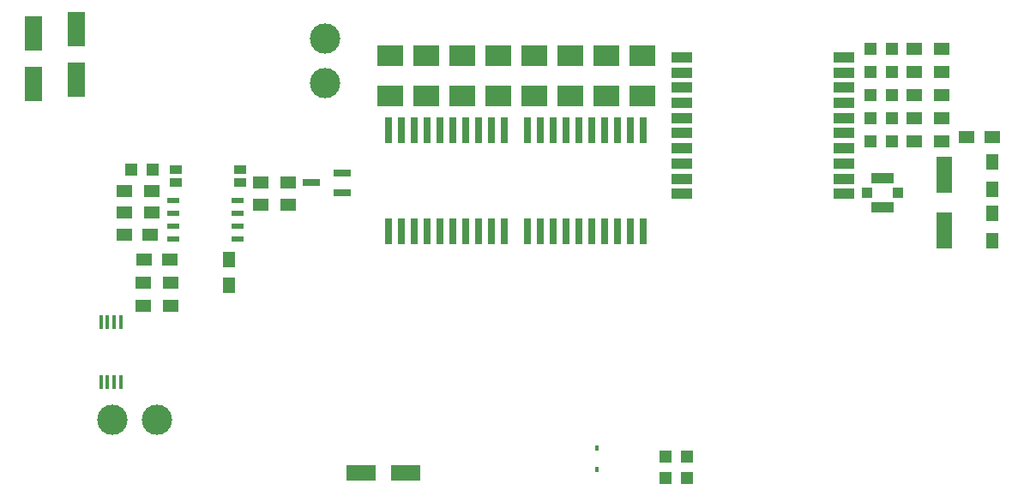
<source format=gtp>
G04 #@! TF.FileFunction,Paste,Top*
%FSLAX46Y46*%
G04 Gerber Fmt 4.6, Leading zero omitted, Abs format (unit mm)*
G04 Created by KiCad (PCBNEW 4.0.6) date 06/03/17 00:39:33*
%MOMM*%
%LPD*%
G01*
G04 APERTURE LIST*
%ADD10C,0.100000*%
%ADD11R,1.500000X1.300000*%
%ADD12R,1.998980X1.000760*%
%ADD13R,1.198880X1.198880*%
%ADD14R,2.999740X1.600200*%
%ADD15R,1.600200X3.599180*%
%ADD16R,1.500000X1.250000*%
%ADD17R,1.250000X1.500000*%
%ADD18R,0.450000X0.590000*%
%ADD19R,2.500000X2.000000*%
%ADD20R,1.800860X0.800100*%
%ADD21R,1.300000X1.500000*%
%ADD22R,0.650000X2.500000*%
%ADD23R,1.051560X1.000760*%
%ADD24R,1.000760X1.000760*%
%ADD25R,2.199640X1.099820*%
%ADD26R,1.143000X0.508000*%
%ADD27R,1.200000X0.900000*%
%ADD28R,0.450000X1.450000*%
%ADD29R,1.800860X3.500120*%
%ADD30C,2.999740*%
G04 APERTURE END LIST*
D10*
D11*
X55976500Y-105727500D03*
X53276500Y-105727500D03*
D12*
X122428000Y-84907120D03*
X122428000Y-86408260D03*
X122428000Y-87906860D03*
X122428000Y-89408000D03*
X122428000Y-90906600D03*
X122428000Y-92407740D03*
X122428000Y-93906340D03*
X122428000Y-95407480D03*
X122428000Y-96906080D03*
X122428000Y-83408520D03*
X106426000Y-96906080D03*
X106426000Y-95407480D03*
X106426000Y-93906340D03*
X106426000Y-92407740D03*
X106426000Y-90906600D03*
X106426000Y-89408000D03*
X106426000Y-87906860D03*
X106426000Y-86408260D03*
X106426000Y-84907120D03*
X106426000Y-83408520D03*
D13*
X125061980Y-91694000D03*
X127160020Y-91694000D03*
D14*
X79161640Y-124460000D03*
X74762360Y-124460000D03*
D15*
X132334000Y-100540820D03*
X132334000Y-95039180D03*
D16*
X134533000Y-91313000D03*
X137033000Y-91313000D03*
D17*
X61722000Y-105918000D03*
X61722000Y-103418000D03*
D16*
X55860000Y-103441500D03*
X53360000Y-103441500D03*
X51391500Y-100965000D03*
X53891500Y-100965000D03*
D18*
X98044000Y-124118000D03*
X98044000Y-122008000D03*
D13*
X106934000Y-125001020D03*
X106934000Y-122902980D03*
X104775000Y-125001020D03*
X104775000Y-122902980D03*
X125061980Y-84836000D03*
X127160020Y-84836000D03*
X125061980Y-82550000D03*
X127160020Y-82550000D03*
X125061980Y-87122000D03*
X127160020Y-87122000D03*
X125061980Y-89408000D03*
X127160020Y-89408000D03*
X54165500Y-94488000D03*
X52067460Y-94488000D03*
D19*
X77597000Y-87217000D03*
X77597000Y-83217000D03*
X81153000Y-87217000D03*
X81153000Y-83217000D03*
X84709000Y-87217000D03*
X84709000Y-83217000D03*
X88265000Y-87217000D03*
X88265000Y-83217000D03*
X91821000Y-87217000D03*
X91821000Y-83217000D03*
X95377000Y-87217000D03*
X95377000Y-83217000D03*
X98933000Y-87217000D03*
X98933000Y-83217000D03*
X102489000Y-87217000D03*
X102489000Y-83217000D03*
D20*
X69850000Y-95821500D03*
X72852280Y-94871500D03*
X72852280Y-96771500D03*
D21*
X137033000Y-96426000D03*
X137033000Y-93726000D03*
X137033000Y-101506000D03*
X137033000Y-98806000D03*
D11*
X129333000Y-84836000D03*
X132033000Y-84836000D03*
X129333000Y-82550000D03*
X132033000Y-82550000D03*
X129333000Y-87122000D03*
X132033000Y-87122000D03*
X129333000Y-91694000D03*
X132033000Y-91694000D03*
X129333000Y-89408000D03*
X132033000Y-89408000D03*
X64880500Y-97980500D03*
X67580500Y-97980500D03*
X64880500Y-95821500D03*
X67580500Y-95821500D03*
X54118500Y-98742500D03*
X51418500Y-98742500D03*
X55976500Y-108013500D03*
X53276500Y-108013500D03*
X54118500Y-96647000D03*
X51418500Y-96647000D03*
D22*
X88900000Y-90631000D03*
X87630000Y-90631000D03*
X86360000Y-90631000D03*
X85090000Y-90631000D03*
X83820000Y-90631000D03*
X82550000Y-90631000D03*
X81280000Y-90631000D03*
X80010000Y-90631000D03*
X78740000Y-90631000D03*
X77470000Y-90631000D03*
X88900000Y-100631000D03*
X87630000Y-100631000D03*
X86360000Y-100631000D03*
X85090000Y-100631000D03*
X83820000Y-100631000D03*
X82550000Y-100631000D03*
X81280000Y-100631000D03*
X80010000Y-100631000D03*
X78740000Y-100631000D03*
X77470000Y-100631000D03*
X102610424Y-90631000D03*
X101340424Y-90631000D03*
X100070424Y-90631000D03*
X98800424Y-90631000D03*
X97530424Y-90631000D03*
X96260424Y-90631000D03*
X94990424Y-90631000D03*
X93720424Y-90631000D03*
X92450424Y-90631000D03*
X91180424Y-90631000D03*
X102610424Y-100631000D03*
X101340424Y-100631000D03*
X100070424Y-100631000D03*
X98800424Y-100631000D03*
X97530424Y-100631000D03*
X96260424Y-100631000D03*
X94990424Y-100631000D03*
X93720424Y-100631000D03*
X92450424Y-100631000D03*
X91180424Y-100631000D03*
D23*
X124714000Y-96774000D03*
D24*
X127716280Y-96774000D03*
D25*
X126215140Y-98224340D03*
X126215140Y-95323660D03*
D26*
X62547500Y-101346000D03*
X62547500Y-100076000D03*
X62547500Y-98806000D03*
X62547500Y-97536000D03*
X56197500Y-97536000D03*
X56197500Y-98806000D03*
X56197500Y-100076000D03*
X56197500Y-101346000D03*
D27*
X56426500Y-94523000D03*
X56426500Y-95793000D03*
X62826500Y-95793000D03*
X62826500Y-94523000D03*
D28*
X51013000Y-115472000D03*
X50363000Y-115472000D03*
X49713000Y-115472000D03*
X49063000Y-115472000D03*
X49063000Y-109572000D03*
X49713000Y-109572000D03*
X50363000Y-109572000D03*
X51013000Y-109572000D03*
D29*
X46672500Y-85643720D03*
X46672500Y-80645000D03*
X42418000Y-81066640D03*
X42418000Y-86065360D03*
D30*
X71218285Y-85962823D03*
X71218285Y-81517823D03*
X54610000Y-119253000D03*
X50165000Y-119253000D03*
M02*

</source>
